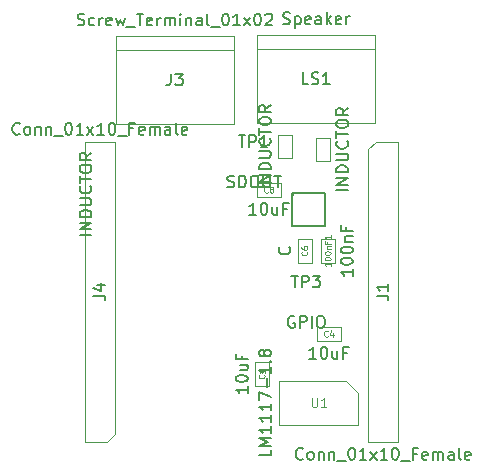
<source format=gbr>
G04 #@! TF.GenerationSoftware,KiCad,Pcbnew,5.1.1-8be2ce7~80~ubuntu18.10.1*
G04 #@! TF.CreationDate,2019-05-25T12:59:07+08:00*
G04 #@! TF.ProjectId,tas2562_dev_pcb,74617332-3536-4325-9f64-65765f706362,rev?*
G04 #@! TF.SameCoordinates,Original*
G04 #@! TF.FileFunction,Other,Fab,Top*
%FSLAX46Y46*%
G04 Gerber Fmt 4.6, Leading zero omitted, Abs format (unit mm)*
G04 Created by KiCad (PCBNEW 5.1.1-8be2ce7~80~ubuntu18.10.1) date 2019-05-25 12:59:07*
%MOMM*%
%LPD*%
G04 APERTURE LIST*
%ADD10C,0.100000*%
%ADD11C,0.152400*%
%ADD12C,0.150000*%
%ADD13C,0.080000*%
%ADD14C,0.120000*%
G04 APERTURE END LIST*
D10*
X152247600Y-69215000D02*
X152882600Y-68580000D01*
X152247600Y-93980000D02*
X152247600Y-69215000D01*
X154787600Y-93980000D02*
X152247600Y-93980000D01*
X154787600Y-68580000D02*
X154787600Y-93980000D01*
X152882600Y-68580000D02*
X154787600Y-68580000D01*
D11*
X145818400Y-72945800D02*
X145818400Y-75745800D01*
X148618400Y-72945800D02*
X145818400Y-72945800D01*
X148618400Y-75745800D02*
X148618400Y-72945800D01*
X145818400Y-75745800D02*
X148618400Y-75745800D01*
X146018400Y-72945800D02*
X145818400Y-73145800D01*
D10*
X149444000Y-78802500D02*
X148244000Y-78802500D01*
X148244000Y-78802500D02*
X148244000Y-76802500D01*
X148244000Y-76802500D02*
X149444000Y-76802500D01*
X149444000Y-76802500D02*
X149444000Y-78802500D01*
X142656000Y-89216500D02*
X142656000Y-87216500D01*
X143856000Y-89216500D02*
X142656000Y-89216500D01*
X143856000Y-87216500D02*
X143856000Y-89216500D01*
X142656000Y-87216500D02*
X143856000Y-87216500D01*
X147922500Y-85436000D02*
X147922500Y-84236000D01*
X147922500Y-84236000D02*
X149922500Y-84236000D01*
X149922500Y-84236000D02*
X149922500Y-85436000D01*
X149922500Y-85436000D02*
X147922500Y-85436000D01*
X146275500Y-78802500D02*
X146275500Y-76802500D01*
X147475500Y-78802500D02*
X146275500Y-78802500D01*
X147475500Y-76802500D02*
X147475500Y-78802500D01*
X146275500Y-76802500D02*
X147475500Y-76802500D01*
X142842500Y-73244000D02*
X142842500Y-72044000D01*
X142842500Y-72044000D02*
X144842500Y-72044000D01*
X144842500Y-72044000D02*
X144842500Y-73244000D01*
X144842500Y-73244000D02*
X142842500Y-73244000D01*
X152882600Y-68580000D02*
X154787600Y-68580000D01*
X154787600Y-68580000D02*
X154787600Y-93980000D01*
X154787600Y-93980000D02*
X152247600Y-93980000D01*
X152247600Y-93980000D02*
X152247600Y-69215000D01*
X152247600Y-69215000D02*
X152882600Y-68580000D01*
X140840000Y-60797600D02*
X130940000Y-60797600D01*
X140890000Y-67097600D02*
X140890000Y-59597600D01*
X140890000Y-59597600D02*
X130890000Y-59597600D01*
X130890000Y-59597600D02*
X130890000Y-67097600D01*
X130890000Y-67097600D02*
X140890000Y-67097600D01*
X130810000Y-93345000D02*
X130175000Y-93980000D01*
X130810000Y-68580000D02*
X130810000Y-93345000D01*
X128270000Y-68580000D02*
X130810000Y-68580000D01*
X128270000Y-93980000D02*
X128270000Y-68580000D01*
X130175000Y-93980000D02*
X128270000Y-93980000D01*
X144624500Y-67976000D02*
X145824500Y-67976000D01*
X145824500Y-67976000D02*
X145824500Y-69976000D01*
X145824500Y-69976000D02*
X144624500Y-69976000D01*
X144624500Y-69976000D02*
X144624500Y-67976000D01*
X149063000Y-68215000D02*
X149063000Y-70215000D01*
X147863000Y-68215000D02*
X149063000Y-68215000D01*
X147863000Y-70215000D02*
X147863000Y-68215000D01*
X149063000Y-70215000D02*
X147863000Y-70215000D01*
X142828000Y-66996000D02*
X152828000Y-66996000D01*
X142828000Y-59496000D02*
X142828000Y-66996000D01*
X152828000Y-59496000D02*
X142828000Y-59496000D01*
X152828000Y-66996000D02*
X152828000Y-59496000D01*
X152778000Y-60696000D02*
X142878000Y-60696000D01*
X150382000Y-88828000D02*
X151432000Y-89878000D01*
X150382000Y-88828000D02*
X144732000Y-88828000D01*
X151432000Y-89878000D02*
X151432000Y-92528000D01*
X144732000Y-88828000D02*
X144732000Y-92528000D01*
X151432000Y-92528000D02*
X144732000Y-92528000D01*
D12*
X146731885Y-95397142D02*
X146684266Y-95444761D01*
X146541409Y-95492380D01*
X146446171Y-95492380D01*
X146303314Y-95444761D01*
X146208076Y-95349523D01*
X146160457Y-95254285D01*
X146112838Y-95063809D01*
X146112838Y-94920952D01*
X146160457Y-94730476D01*
X146208076Y-94635238D01*
X146303314Y-94540000D01*
X146446171Y-94492380D01*
X146541409Y-94492380D01*
X146684266Y-94540000D01*
X146731885Y-94587619D01*
X147303314Y-95492380D02*
X147208076Y-95444761D01*
X147160457Y-95397142D01*
X147112838Y-95301904D01*
X147112838Y-95016190D01*
X147160457Y-94920952D01*
X147208076Y-94873333D01*
X147303314Y-94825714D01*
X147446171Y-94825714D01*
X147541409Y-94873333D01*
X147589028Y-94920952D01*
X147636647Y-95016190D01*
X147636647Y-95301904D01*
X147589028Y-95397142D01*
X147541409Y-95444761D01*
X147446171Y-95492380D01*
X147303314Y-95492380D01*
X148065219Y-94825714D02*
X148065219Y-95492380D01*
X148065219Y-94920952D02*
X148112838Y-94873333D01*
X148208076Y-94825714D01*
X148350933Y-94825714D01*
X148446171Y-94873333D01*
X148493790Y-94968571D01*
X148493790Y-95492380D01*
X148969980Y-94825714D02*
X148969980Y-95492380D01*
X148969980Y-94920952D02*
X149017600Y-94873333D01*
X149112838Y-94825714D01*
X149255695Y-94825714D01*
X149350933Y-94873333D01*
X149398552Y-94968571D01*
X149398552Y-95492380D01*
X149636647Y-95587619D02*
X150398552Y-95587619D01*
X150827123Y-94492380D02*
X150922361Y-94492380D01*
X151017600Y-94540000D01*
X151065219Y-94587619D01*
X151112838Y-94682857D01*
X151160457Y-94873333D01*
X151160457Y-95111428D01*
X151112838Y-95301904D01*
X151065219Y-95397142D01*
X151017600Y-95444761D01*
X150922361Y-95492380D01*
X150827123Y-95492380D01*
X150731885Y-95444761D01*
X150684266Y-95397142D01*
X150636647Y-95301904D01*
X150589028Y-95111428D01*
X150589028Y-94873333D01*
X150636647Y-94682857D01*
X150684266Y-94587619D01*
X150731885Y-94540000D01*
X150827123Y-94492380D01*
X152112838Y-95492380D02*
X151541409Y-95492380D01*
X151827123Y-95492380D02*
X151827123Y-94492380D01*
X151731885Y-94635238D01*
X151636647Y-94730476D01*
X151541409Y-94778095D01*
X152446171Y-95492380D02*
X152969980Y-94825714D01*
X152446171Y-94825714D02*
X152969980Y-95492380D01*
X153874742Y-95492380D02*
X153303314Y-95492380D01*
X153589028Y-95492380D02*
X153589028Y-94492380D01*
X153493790Y-94635238D01*
X153398552Y-94730476D01*
X153303314Y-94778095D01*
X154493790Y-94492380D02*
X154589028Y-94492380D01*
X154684266Y-94540000D01*
X154731885Y-94587619D01*
X154779504Y-94682857D01*
X154827123Y-94873333D01*
X154827123Y-95111428D01*
X154779504Y-95301904D01*
X154731885Y-95397142D01*
X154684266Y-95444761D01*
X154589028Y-95492380D01*
X154493790Y-95492380D01*
X154398552Y-95444761D01*
X154350933Y-95397142D01*
X154303314Y-95301904D01*
X154255695Y-95111428D01*
X154255695Y-94873333D01*
X154303314Y-94682857D01*
X154350933Y-94587619D01*
X154398552Y-94540000D01*
X154493790Y-94492380D01*
X155017600Y-95587619D02*
X155779504Y-95587619D01*
X156350933Y-94968571D02*
X156017600Y-94968571D01*
X156017600Y-95492380D02*
X156017600Y-94492380D01*
X156493790Y-94492380D01*
X157255695Y-95444761D02*
X157160457Y-95492380D01*
X156969980Y-95492380D01*
X156874742Y-95444761D01*
X156827123Y-95349523D01*
X156827123Y-94968571D01*
X156874742Y-94873333D01*
X156969980Y-94825714D01*
X157160457Y-94825714D01*
X157255695Y-94873333D01*
X157303314Y-94968571D01*
X157303314Y-95063809D01*
X156827123Y-95159047D01*
X157731885Y-95492380D02*
X157731885Y-94825714D01*
X157731885Y-94920952D02*
X157779504Y-94873333D01*
X157874742Y-94825714D01*
X158017600Y-94825714D01*
X158112838Y-94873333D01*
X158160457Y-94968571D01*
X158160457Y-95492380D01*
X158160457Y-94968571D02*
X158208076Y-94873333D01*
X158303314Y-94825714D01*
X158446171Y-94825714D01*
X158541409Y-94873333D01*
X158589028Y-94968571D01*
X158589028Y-95492380D01*
X159493790Y-95492380D02*
X159493790Y-94968571D01*
X159446171Y-94873333D01*
X159350933Y-94825714D01*
X159160457Y-94825714D01*
X159065219Y-94873333D01*
X159493790Y-95444761D02*
X159398552Y-95492380D01*
X159160457Y-95492380D01*
X159065219Y-95444761D01*
X159017600Y-95349523D01*
X159017600Y-95254285D01*
X159065219Y-95159047D01*
X159160457Y-95111428D01*
X159398552Y-95111428D01*
X159493790Y-95063809D01*
X160112838Y-95492380D02*
X160017600Y-95444761D01*
X159969980Y-95349523D01*
X159969980Y-94492380D01*
X160874742Y-95444761D02*
X160779504Y-95492380D01*
X160589028Y-95492380D01*
X160493790Y-95444761D01*
X160446171Y-95349523D01*
X160446171Y-94968571D01*
X160493790Y-94873333D01*
X160589028Y-94825714D01*
X160779504Y-94825714D01*
X160874742Y-94873333D01*
X160922361Y-94968571D01*
X160922361Y-95063809D01*
X160446171Y-95159047D01*
X152969980Y-81613333D02*
X153684266Y-81613333D01*
X153827123Y-81660952D01*
X153922361Y-81756190D01*
X153969980Y-81899047D01*
X153969980Y-81994285D01*
X153969980Y-80613333D02*
X153969980Y-81184761D01*
X153969980Y-80899047D02*
X152969980Y-80899047D01*
X153112838Y-80994285D01*
X153208076Y-81089523D01*
X153255695Y-81184761D01*
X150946380Y-79350119D02*
X150946380Y-79921547D01*
X150946380Y-79635833D02*
X149946380Y-79635833D01*
X150089238Y-79731071D01*
X150184476Y-79826309D01*
X150232095Y-79921547D01*
X149946380Y-78731071D02*
X149946380Y-78635833D01*
X149994000Y-78540595D01*
X150041619Y-78492976D01*
X150136857Y-78445357D01*
X150327333Y-78397738D01*
X150565428Y-78397738D01*
X150755904Y-78445357D01*
X150851142Y-78492976D01*
X150898761Y-78540595D01*
X150946380Y-78635833D01*
X150946380Y-78731071D01*
X150898761Y-78826309D01*
X150851142Y-78873928D01*
X150755904Y-78921547D01*
X150565428Y-78969166D01*
X150327333Y-78969166D01*
X150136857Y-78921547D01*
X150041619Y-78873928D01*
X149994000Y-78826309D01*
X149946380Y-78731071D01*
X149946380Y-77778690D02*
X149946380Y-77683452D01*
X149994000Y-77588214D01*
X150041619Y-77540595D01*
X150136857Y-77492976D01*
X150327333Y-77445357D01*
X150565428Y-77445357D01*
X150755904Y-77492976D01*
X150851142Y-77540595D01*
X150898761Y-77588214D01*
X150946380Y-77683452D01*
X150946380Y-77778690D01*
X150898761Y-77873928D01*
X150851142Y-77921547D01*
X150755904Y-77969166D01*
X150565428Y-78016785D01*
X150327333Y-78016785D01*
X150136857Y-77969166D01*
X150041619Y-77921547D01*
X149994000Y-77873928D01*
X149946380Y-77778690D01*
X150279714Y-77016785D02*
X150946380Y-77016785D01*
X150374952Y-77016785D02*
X150327333Y-76969166D01*
X150279714Y-76873928D01*
X150279714Y-76731071D01*
X150327333Y-76635833D01*
X150422571Y-76588214D01*
X150946380Y-76588214D01*
X150422571Y-75778690D02*
X150422571Y-76112023D01*
X150946380Y-76112023D02*
X149946380Y-76112023D01*
X149946380Y-75635833D01*
D13*
X149070190Y-78814404D02*
X149070190Y-79100119D01*
X149070190Y-78957261D02*
X148570190Y-78957261D01*
X148641619Y-79004880D01*
X148689238Y-79052500D01*
X148713047Y-79100119D01*
X148570190Y-78504880D02*
X148570190Y-78457261D01*
X148594000Y-78409642D01*
X148617809Y-78385833D01*
X148665428Y-78362023D01*
X148760666Y-78338214D01*
X148879714Y-78338214D01*
X148974952Y-78362023D01*
X149022571Y-78385833D01*
X149046380Y-78409642D01*
X149070190Y-78457261D01*
X149070190Y-78504880D01*
X149046380Y-78552500D01*
X149022571Y-78576309D01*
X148974952Y-78600119D01*
X148879714Y-78623928D01*
X148760666Y-78623928D01*
X148665428Y-78600119D01*
X148617809Y-78576309D01*
X148594000Y-78552500D01*
X148570190Y-78504880D01*
X148570190Y-78028690D02*
X148570190Y-77981071D01*
X148594000Y-77933452D01*
X148617809Y-77909642D01*
X148665428Y-77885833D01*
X148760666Y-77862023D01*
X148879714Y-77862023D01*
X148974952Y-77885833D01*
X149022571Y-77909642D01*
X149046380Y-77933452D01*
X149070190Y-77981071D01*
X149070190Y-78028690D01*
X149046380Y-78076309D01*
X149022571Y-78100119D01*
X148974952Y-78123928D01*
X148879714Y-78147738D01*
X148760666Y-78147738D01*
X148665428Y-78123928D01*
X148617809Y-78100119D01*
X148594000Y-78076309D01*
X148570190Y-78028690D01*
X148736857Y-77647738D02*
X149070190Y-77647738D01*
X148784476Y-77647738D02*
X148760666Y-77623928D01*
X148736857Y-77576309D01*
X148736857Y-77504880D01*
X148760666Y-77457261D01*
X148808285Y-77433452D01*
X149070190Y-77433452D01*
X148808285Y-77028690D02*
X148808285Y-77195357D01*
X149070190Y-77195357D02*
X148570190Y-77195357D01*
X148570190Y-76957261D01*
X149070190Y-76504880D02*
X149070190Y-76790595D01*
X149070190Y-76647738D02*
X148570190Y-76647738D01*
X148641619Y-76695357D01*
X148689238Y-76742976D01*
X148713047Y-76790595D01*
D12*
X128828380Y-76462380D02*
X127828380Y-76462380D01*
X128828380Y-75986190D02*
X127828380Y-75986190D01*
X128828380Y-75414761D01*
X127828380Y-75414761D01*
X128828380Y-74938571D02*
X127828380Y-74938571D01*
X127828380Y-74700476D01*
X127876000Y-74557619D01*
X127971238Y-74462380D01*
X128066476Y-74414761D01*
X128256952Y-74367142D01*
X128399809Y-74367142D01*
X128590285Y-74414761D01*
X128685523Y-74462380D01*
X128780761Y-74557619D01*
X128828380Y-74700476D01*
X128828380Y-74938571D01*
X127828380Y-73938571D02*
X128637904Y-73938571D01*
X128733142Y-73890952D01*
X128780761Y-73843333D01*
X128828380Y-73748095D01*
X128828380Y-73557619D01*
X128780761Y-73462380D01*
X128733142Y-73414761D01*
X128637904Y-73367142D01*
X127828380Y-73367142D01*
X128733142Y-72319523D02*
X128780761Y-72367142D01*
X128828380Y-72510000D01*
X128828380Y-72605238D01*
X128780761Y-72748095D01*
X128685523Y-72843333D01*
X128590285Y-72890952D01*
X128399809Y-72938571D01*
X128256952Y-72938571D01*
X128066476Y-72890952D01*
X127971238Y-72843333D01*
X127876000Y-72748095D01*
X127828380Y-72605238D01*
X127828380Y-72510000D01*
X127876000Y-72367142D01*
X127923619Y-72319523D01*
X127828380Y-72033809D02*
X127828380Y-71462380D01*
X128828380Y-71748095D02*
X127828380Y-71748095D01*
X127828380Y-70938571D02*
X127828380Y-70748095D01*
X127876000Y-70652857D01*
X127971238Y-70557619D01*
X128161714Y-70510000D01*
X128495047Y-70510000D01*
X128685523Y-70557619D01*
X128780761Y-70652857D01*
X128828380Y-70748095D01*
X128828380Y-70938571D01*
X128780761Y-71033809D01*
X128685523Y-71129047D01*
X128495047Y-71176666D01*
X128161714Y-71176666D01*
X127971238Y-71129047D01*
X127876000Y-71033809D01*
X127828380Y-70938571D01*
X128828380Y-69510000D02*
X128352190Y-69843333D01*
X128828380Y-70081428D02*
X127828380Y-70081428D01*
X127828380Y-69700476D01*
X127876000Y-69605238D01*
X127923619Y-69557619D01*
X128018857Y-69510000D01*
X128161714Y-69510000D01*
X128256952Y-69557619D01*
X128304571Y-69605238D01*
X128352190Y-69700476D01*
X128352190Y-70081428D01*
X142058380Y-89287928D02*
X142058380Y-89859357D01*
X142058380Y-89573642D02*
X141058380Y-89573642D01*
X141201238Y-89668880D01*
X141296476Y-89764119D01*
X141344095Y-89859357D01*
X141058380Y-88668880D02*
X141058380Y-88573642D01*
X141106000Y-88478404D01*
X141153619Y-88430785D01*
X141248857Y-88383166D01*
X141439333Y-88335547D01*
X141677428Y-88335547D01*
X141867904Y-88383166D01*
X141963142Y-88430785D01*
X142010761Y-88478404D01*
X142058380Y-88573642D01*
X142058380Y-88668880D01*
X142010761Y-88764119D01*
X141963142Y-88811738D01*
X141867904Y-88859357D01*
X141677428Y-88906976D01*
X141439333Y-88906976D01*
X141248857Y-88859357D01*
X141153619Y-88811738D01*
X141106000Y-88764119D01*
X141058380Y-88668880D01*
X141391714Y-87478404D02*
X142058380Y-87478404D01*
X141391714Y-87906976D02*
X141915523Y-87906976D01*
X142010761Y-87859357D01*
X142058380Y-87764119D01*
X142058380Y-87621261D01*
X142010761Y-87526023D01*
X141963142Y-87478404D01*
X141534571Y-86668880D02*
X141534571Y-87002214D01*
X142058380Y-87002214D02*
X141058380Y-87002214D01*
X141058380Y-86526023D01*
D13*
X143434571Y-88299833D02*
X143458380Y-88323642D01*
X143482190Y-88395071D01*
X143482190Y-88442690D01*
X143458380Y-88514119D01*
X143410761Y-88561738D01*
X143363142Y-88585547D01*
X143267904Y-88609357D01*
X143196476Y-88609357D01*
X143101238Y-88585547D01*
X143053619Y-88561738D01*
X143006000Y-88514119D01*
X142982190Y-88442690D01*
X142982190Y-88395071D01*
X143006000Y-88323642D01*
X143029809Y-88299833D01*
X143482190Y-87823642D02*
X143482190Y-88109357D01*
X143482190Y-87966500D02*
X142982190Y-87966500D01*
X143053619Y-88014119D01*
X143101238Y-88061738D01*
X143125047Y-88109357D01*
D12*
X147851071Y-86938380D02*
X147279642Y-86938380D01*
X147565357Y-86938380D02*
X147565357Y-85938380D01*
X147470119Y-86081238D01*
X147374880Y-86176476D01*
X147279642Y-86224095D01*
X148470119Y-85938380D02*
X148565357Y-85938380D01*
X148660595Y-85986000D01*
X148708214Y-86033619D01*
X148755833Y-86128857D01*
X148803452Y-86319333D01*
X148803452Y-86557428D01*
X148755833Y-86747904D01*
X148708214Y-86843142D01*
X148660595Y-86890761D01*
X148565357Y-86938380D01*
X148470119Y-86938380D01*
X148374880Y-86890761D01*
X148327261Y-86843142D01*
X148279642Y-86747904D01*
X148232023Y-86557428D01*
X148232023Y-86319333D01*
X148279642Y-86128857D01*
X148327261Y-86033619D01*
X148374880Y-85986000D01*
X148470119Y-85938380D01*
X149660595Y-86271714D02*
X149660595Y-86938380D01*
X149232023Y-86271714D02*
X149232023Y-86795523D01*
X149279642Y-86890761D01*
X149374880Y-86938380D01*
X149517738Y-86938380D01*
X149612976Y-86890761D01*
X149660595Y-86843142D01*
X150470119Y-86414571D02*
X150136785Y-86414571D01*
X150136785Y-86938380D02*
X150136785Y-85938380D01*
X150612976Y-85938380D01*
D13*
X148839166Y-85014571D02*
X148815357Y-85038380D01*
X148743928Y-85062190D01*
X148696309Y-85062190D01*
X148624880Y-85038380D01*
X148577261Y-84990761D01*
X148553452Y-84943142D01*
X148529642Y-84847904D01*
X148529642Y-84776476D01*
X148553452Y-84681238D01*
X148577261Y-84633619D01*
X148624880Y-84586000D01*
X148696309Y-84562190D01*
X148743928Y-84562190D01*
X148815357Y-84586000D01*
X148839166Y-84609809D01*
X149267738Y-84728857D02*
X149267738Y-85062190D01*
X149148690Y-84538380D02*
X149029642Y-84895523D01*
X149339166Y-84895523D01*
D12*
X145582642Y-77492976D02*
X145630261Y-77540595D01*
X145677880Y-77683452D01*
X145677880Y-77778690D01*
X145630261Y-77921547D01*
X145535023Y-78016785D01*
X145439785Y-78064404D01*
X145249309Y-78112023D01*
X145106452Y-78112023D01*
X144915976Y-78064404D01*
X144820738Y-78016785D01*
X144725500Y-77921547D01*
X144677880Y-77778690D01*
X144677880Y-77683452D01*
X144725500Y-77540595D01*
X144773119Y-77492976D01*
D13*
X147054071Y-77885833D02*
X147077880Y-77909642D01*
X147101690Y-77981071D01*
X147101690Y-78028690D01*
X147077880Y-78100119D01*
X147030261Y-78147738D01*
X146982642Y-78171547D01*
X146887404Y-78195357D01*
X146815976Y-78195357D01*
X146720738Y-78171547D01*
X146673119Y-78147738D01*
X146625500Y-78100119D01*
X146601690Y-78028690D01*
X146601690Y-77981071D01*
X146625500Y-77909642D01*
X146649309Y-77885833D01*
X146601690Y-77457261D02*
X146601690Y-77552500D01*
X146625500Y-77600119D01*
X146649309Y-77623928D01*
X146720738Y-77671547D01*
X146815976Y-77695357D01*
X147006452Y-77695357D01*
X147054071Y-77671547D01*
X147077880Y-77647738D01*
X147101690Y-77600119D01*
X147101690Y-77504880D01*
X147077880Y-77457261D01*
X147054071Y-77433452D01*
X147006452Y-77409642D01*
X146887404Y-77409642D01*
X146839785Y-77433452D01*
X146815976Y-77457261D01*
X146792166Y-77504880D01*
X146792166Y-77600119D01*
X146815976Y-77647738D01*
X146839785Y-77671547D01*
X146887404Y-77695357D01*
D12*
X142771071Y-74746380D02*
X142199642Y-74746380D01*
X142485357Y-74746380D02*
X142485357Y-73746380D01*
X142390119Y-73889238D01*
X142294880Y-73984476D01*
X142199642Y-74032095D01*
X143390119Y-73746380D02*
X143485357Y-73746380D01*
X143580595Y-73794000D01*
X143628214Y-73841619D01*
X143675833Y-73936857D01*
X143723452Y-74127333D01*
X143723452Y-74365428D01*
X143675833Y-74555904D01*
X143628214Y-74651142D01*
X143580595Y-74698761D01*
X143485357Y-74746380D01*
X143390119Y-74746380D01*
X143294880Y-74698761D01*
X143247261Y-74651142D01*
X143199642Y-74555904D01*
X143152023Y-74365428D01*
X143152023Y-74127333D01*
X143199642Y-73936857D01*
X143247261Y-73841619D01*
X143294880Y-73794000D01*
X143390119Y-73746380D01*
X144580595Y-74079714D02*
X144580595Y-74746380D01*
X144152023Y-74079714D02*
X144152023Y-74603523D01*
X144199642Y-74698761D01*
X144294880Y-74746380D01*
X144437738Y-74746380D01*
X144532976Y-74698761D01*
X144580595Y-74651142D01*
X145390119Y-74222571D02*
X145056785Y-74222571D01*
X145056785Y-74746380D02*
X145056785Y-73746380D01*
X145532976Y-73746380D01*
D13*
X143759166Y-72822571D02*
X143735357Y-72846380D01*
X143663928Y-72870190D01*
X143616309Y-72870190D01*
X143544880Y-72846380D01*
X143497261Y-72798761D01*
X143473452Y-72751142D01*
X143449642Y-72655904D01*
X143449642Y-72584476D01*
X143473452Y-72489238D01*
X143497261Y-72441619D01*
X143544880Y-72394000D01*
X143616309Y-72370190D01*
X143663928Y-72370190D01*
X143735357Y-72394000D01*
X143759166Y-72417809D01*
X144044880Y-72584476D02*
X143997261Y-72560666D01*
X143973452Y-72536857D01*
X143949642Y-72489238D01*
X143949642Y-72465428D01*
X143973452Y-72417809D01*
X143997261Y-72394000D01*
X144044880Y-72370190D01*
X144140119Y-72370190D01*
X144187738Y-72394000D01*
X144211547Y-72417809D01*
X144235357Y-72465428D01*
X144235357Y-72489238D01*
X144211547Y-72536857D01*
X144187738Y-72560666D01*
X144140119Y-72584476D01*
X144044880Y-72584476D01*
X143997261Y-72608285D01*
X143973452Y-72632095D01*
X143949642Y-72679714D01*
X143949642Y-72774952D01*
X143973452Y-72822571D01*
X143997261Y-72846380D01*
X144044880Y-72870190D01*
X144140119Y-72870190D01*
X144187738Y-72846380D01*
X144211547Y-72822571D01*
X144235357Y-72774952D01*
X144235357Y-72679714D01*
X144211547Y-72632095D01*
X144187738Y-72608285D01*
X144140119Y-72584476D01*
D12*
X146731885Y-95397142D02*
X146684266Y-95444761D01*
X146541409Y-95492380D01*
X146446171Y-95492380D01*
X146303314Y-95444761D01*
X146208076Y-95349523D01*
X146160457Y-95254285D01*
X146112838Y-95063809D01*
X146112838Y-94920952D01*
X146160457Y-94730476D01*
X146208076Y-94635238D01*
X146303314Y-94540000D01*
X146446171Y-94492380D01*
X146541409Y-94492380D01*
X146684266Y-94540000D01*
X146731885Y-94587619D01*
X147303314Y-95492380D02*
X147208076Y-95444761D01*
X147160457Y-95397142D01*
X147112838Y-95301904D01*
X147112838Y-95016190D01*
X147160457Y-94920952D01*
X147208076Y-94873333D01*
X147303314Y-94825714D01*
X147446171Y-94825714D01*
X147541409Y-94873333D01*
X147589028Y-94920952D01*
X147636647Y-95016190D01*
X147636647Y-95301904D01*
X147589028Y-95397142D01*
X147541409Y-95444761D01*
X147446171Y-95492380D01*
X147303314Y-95492380D01*
X148065219Y-94825714D02*
X148065219Y-95492380D01*
X148065219Y-94920952D02*
X148112838Y-94873333D01*
X148208076Y-94825714D01*
X148350933Y-94825714D01*
X148446171Y-94873333D01*
X148493790Y-94968571D01*
X148493790Y-95492380D01*
X148969980Y-94825714D02*
X148969980Y-95492380D01*
X148969980Y-94920952D02*
X149017600Y-94873333D01*
X149112838Y-94825714D01*
X149255695Y-94825714D01*
X149350933Y-94873333D01*
X149398552Y-94968571D01*
X149398552Y-95492380D01*
X149636647Y-95587619D02*
X150398552Y-95587619D01*
X150827123Y-94492380D02*
X150922361Y-94492380D01*
X151017600Y-94540000D01*
X151065219Y-94587619D01*
X151112838Y-94682857D01*
X151160457Y-94873333D01*
X151160457Y-95111428D01*
X151112838Y-95301904D01*
X151065219Y-95397142D01*
X151017600Y-95444761D01*
X150922361Y-95492380D01*
X150827123Y-95492380D01*
X150731885Y-95444761D01*
X150684266Y-95397142D01*
X150636647Y-95301904D01*
X150589028Y-95111428D01*
X150589028Y-94873333D01*
X150636647Y-94682857D01*
X150684266Y-94587619D01*
X150731885Y-94540000D01*
X150827123Y-94492380D01*
X152112838Y-95492380D02*
X151541409Y-95492380D01*
X151827123Y-95492380D02*
X151827123Y-94492380D01*
X151731885Y-94635238D01*
X151636647Y-94730476D01*
X151541409Y-94778095D01*
X152446171Y-95492380D02*
X152969980Y-94825714D01*
X152446171Y-94825714D02*
X152969980Y-95492380D01*
X153874742Y-95492380D02*
X153303314Y-95492380D01*
X153589028Y-95492380D02*
X153589028Y-94492380D01*
X153493790Y-94635238D01*
X153398552Y-94730476D01*
X153303314Y-94778095D01*
X154493790Y-94492380D02*
X154589028Y-94492380D01*
X154684266Y-94540000D01*
X154731885Y-94587619D01*
X154779504Y-94682857D01*
X154827123Y-94873333D01*
X154827123Y-95111428D01*
X154779504Y-95301904D01*
X154731885Y-95397142D01*
X154684266Y-95444761D01*
X154589028Y-95492380D01*
X154493790Y-95492380D01*
X154398552Y-95444761D01*
X154350933Y-95397142D01*
X154303314Y-95301904D01*
X154255695Y-95111428D01*
X154255695Y-94873333D01*
X154303314Y-94682857D01*
X154350933Y-94587619D01*
X154398552Y-94540000D01*
X154493790Y-94492380D01*
X155017600Y-95587619D02*
X155779504Y-95587619D01*
X156350933Y-94968571D02*
X156017600Y-94968571D01*
X156017600Y-95492380D02*
X156017600Y-94492380D01*
X156493790Y-94492380D01*
X157255695Y-95444761D02*
X157160457Y-95492380D01*
X156969980Y-95492380D01*
X156874742Y-95444761D01*
X156827123Y-95349523D01*
X156827123Y-94968571D01*
X156874742Y-94873333D01*
X156969980Y-94825714D01*
X157160457Y-94825714D01*
X157255695Y-94873333D01*
X157303314Y-94968571D01*
X157303314Y-95063809D01*
X156827123Y-95159047D01*
X157731885Y-95492380D02*
X157731885Y-94825714D01*
X157731885Y-94920952D02*
X157779504Y-94873333D01*
X157874742Y-94825714D01*
X158017600Y-94825714D01*
X158112838Y-94873333D01*
X158160457Y-94968571D01*
X158160457Y-95492380D01*
X158160457Y-94968571D02*
X158208076Y-94873333D01*
X158303314Y-94825714D01*
X158446171Y-94825714D01*
X158541409Y-94873333D01*
X158589028Y-94968571D01*
X158589028Y-95492380D01*
X159493790Y-95492380D02*
X159493790Y-94968571D01*
X159446171Y-94873333D01*
X159350933Y-94825714D01*
X159160457Y-94825714D01*
X159065219Y-94873333D01*
X159493790Y-95444761D02*
X159398552Y-95492380D01*
X159160457Y-95492380D01*
X159065219Y-95444761D01*
X159017600Y-95349523D01*
X159017600Y-95254285D01*
X159065219Y-95159047D01*
X159160457Y-95111428D01*
X159398552Y-95111428D01*
X159493790Y-95063809D01*
X160112838Y-95492380D02*
X160017600Y-95444761D01*
X159969980Y-95349523D01*
X159969980Y-94492380D01*
X160874742Y-95444761D02*
X160779504Y-95492380D01*
X160589028Y-95492380D01*
X160493790Y-95444761D01*
X160446171Y-95349523D01*
X160446171Y-94968571D01*
X160493790Y-94873333D01*
X160589028Y-94825714D01*
X160779504Y-94825714D01*
X160874742Y-94873333D01*
X160922361Y-94968571D01*
X160922361Y-95063809D01*
X160446171Y-95159047D01*
X152969980Y-81613333D02*
X153684266Y-81613333D01*
X153827123Y-81660952D01*
X153922361Y-81756190D01*
X153969980Y-81899047D01*
X153969980Y-81994285D01*
X153969980Y-80613333D02*
X153969980Y-81184761D01*
X153969980Y-80899047D02*
X152969980Y-80899047D01*
X153112838Y-80994285D01*
X153208076Y-81089523D01*
X153255695Y-81184761D01*
X127651904Y-58672361D02*
X127794761Y-58719980D01*
X128032857Y-58719980D01*
X128128095Y-58672361D01*
X128175714Y-58624742D01*
X128223333Y-58529504D01*
X128223333Y-58434266D01*
X128175714Y-58339028D01*
X128128095Y-58291409D01*
X128032857Y-58243790D01*
X127842380Y-58196171D01*
X127747142Y-58148552D01*
X127699523Y-58100933D01*
X127651904Y-58005695D01*
X127651904Y-57910457D01*
X127699523Y-57815219D01*
X127747142Y-57767600D01*
X127842380Y-57719980D01*
X128080476Y-57719980D01*
X128223333Y-57767600D01*
X129080476Y-58672361D02*
X128985238Y-58719980D01*
X128794761Y-58719980D01*
X128699523Y-58672361D01*
X128651904Y-58624742D01*
X128604285Y-58529504D01*
X128604285Y-58243790D01*
X128651904Y-58148552D01*
X128699523Y-58100933D01*
X128794761Y-58053314D01*
X128985238Y-58053314D01*
X129080476Y-58100933D01*
X129509047Y-58719980D02*
X129509047Y-58053314D01*
X129509047Y-58243790D02*
X129556666Y-58148552D01*
X129604285Y-58100933D01*
X129699523Y-58053314D01*
X129794761Y-58053314D01*
X130509047Y-58672361D02*
X130413809Y-58719980D01*
X130223333Y-58719980D01*
X130128095Y-58672361D01*
X130080476Y-58577123D01*
X130080476Y-58196171D01*
X130128095Y-58100933D01*
X130223333Y-58053314D01*
X130413809Y-58053314D01*
X130509047Y-58100933D01*
X130556666Y-58196171D01*
X130556666Y-58291409D01*
X130080476Y-58386647D01*
X130890000Y-58053314D02*
X131080476Y-58719980D01*
X131270952Y-58243790D01*
X131461428Y-58719980D01*
X131651904Y-58053314D01*
X131794761Y-58815219D02*
X132556666Y-58815219D01*
X132651904Y-57719980D02*
X133223333Y-57719980D01*
X132937619Y-58719980D02*
X132937619Y-57719980D01*
X133937619Y-58672361D02*
X133842380Y-58719980D01*
X133651904Y-58719980D01*
X133556666Y-58672361D01*
X133509047Y-58577123D01*
X133509047Y-58196171D01*
X133556666Y-58100933D01*
X133651904Y-58053314D01*
X133842380Y-58053314D01*
X133937619Y-58100933D01*
X133985238Y-58196171D01*
X133985238Y-58291409D01*
X133509047Y-58386647D01*
X134413809Y-58719980D02*
X134413809Y-58053314D01*
X134413809Y-58243790D02*
X134461428Y-58148552D01*
X134509047Y-58100933D01*
X134604285Y-58053314D01*
X134699523Y-58053314D01*
X135032857Y-58719980D02*
X135032857Y-58053314D01*
X135032857Y-58148552D02*
X135080476Y-58100933D01*
X135175714Y-58053314D01*
X135318571Y-58053314D01*
X135413809Y-58100933D01*
X135461428Y-58196171D01*
X135461428Y-58719980D01*
X135461428Y-58196171D02*
X135509047Y-58100933D01*
X135604285Y-58053314D01*
X135747142Y-58053314D01*
X135842380Y-58100933D01*
X135890000Y-58196171D01*
X135890000Y-58719980D01*
X136366190Y-58719980D02*
X136366190Y-58053314D01*
X136366190Y-57719980D02*
X136318571Y-57767600D01*
X136366190Y-57815219D01*
X136413809Y-57767600D01*
X136366190Y-57719980D01*
X136366190Y-57815219D01*
X136842380Y-58053314D02*
X136842380Y-58719980D01*
X136842380Y-58148552D02*
X136890000Y-58100933D01*
X136985238Y-58053314D01*
X137128095Y-58053314D01*
X137223333Y-58100933D01*
X137270952Y-58196171D01*
X137270952Y-58719980D01*
X138175714Y-58719980D02*
X138175714Y-58196171D01*
X138128095Y-58100933D01*
X138032857Y-58053314D01*
X137842380Y-58053314D01*
X137747142Y-58100933D01*
X138175714Y-58672361D02*
X138080476Y-58719980D01*
X137842380Y-58719980D01*
X137747142Y-58672361D01*
X137699523Y-58577123D01*
X137699523Y-58481885D01*
X137747142Y-58386647D01*
X137842380Y-58339028D01*
X138080476Y-58339028D01*
X138175714Y-58291409D01*
X138794761Y-58719980D02*
X138699523Y-58672361D01*
X138651904Y-58577123D01*
X138651904Y-57719980D01*
X138937619Y-58815219D02*
X139699523Y-58815219D01*
X140128095Y-57719980D02*
X140223333Y-57719980D01*
X140318571Y-57767600D01*
X140366190Y-57815219D01*
X140413809Y-57910457D01*
X140461428Y-58100933D01*
X140461428Y-58339028D01*
X140413809Y-58529504D01*
X140366190Y-58624742D01*
X140318571Y-58672361D01*
X140223333Y-58719980D01*
X140128095Y-58719980D01*
X140032857Y-58672361D01*
X139985238Y-58624742D01*
X139937619Y-58529504D01*
X139890000Y-58339028D01*
X139890000Y-58100933D01*
X139937619Y-57910457D01*
X139985238Y-57815219D01*
X140032857Y-57767600D01*
X140128095Y-57719980D01*
X141413809Y-58719980D02*
X140842380Y-58719980D01*
X141128095Y-58719980D02*
X141128095Y-57719980D01*
X141032857Y-57862838D01*
X140937619Y-57958076D01*
X140842380Y-58005695D01*
X141747142Y-58719980D02*
X142270952Y-58053314D01*
X141747142Y-58053314D02*
X142270952Y-58719980D01*
X142842380Y-57719980D02*
X142937619Y-57719980D01*
X143032857Y-57767600D01*
X143080476Y-57815219D01*
X143128095Y-57910457D01*
X143175714Y-58100933D01*
X143175714Y-58339028D01*
X143128095Y-58529504D01*
X143080476Y-58624742D01*
X143032857Y-58672361D01*
X142937619Y-58719980D01*
X142842380Y-58719980D01*
X142747142Y-58672361D01*
X142699523Y-58624742D01*
X142651904Y-58529504D01*
X142604285Y-58339028D01*
X142604285Y-58100933D01*
X142651904Y-57910457D01*
X142699523Y-57815219D01*
X142747142Y-57767600D01*
X142842380Y-57719980D01*
X143556666Y-57815219D02*
X143604285Y-57767600D01*
X143699523Y-57719980D01*
X143937619Y-57719980D01*
X144032857Y-57767600D01*
X144080476Y-57815219D01*
X144128095Y-57910457D01*
X144128095Y-58005695D01*
X144080476Y-58148552D01*
X143509047Y-58719980D01*
X144128095Y-58719980D01*
X135556666Y-62799980D02*
X135556666Y-63514266D01*
X135509047Y-63657123D01*
X135413809Y-63752361D01*
X135270952Y-63799980D01*
X135175714Y-63799980D01*
X135937619Y-62799980D02*
X136556666Y-62799980D01*
X136223333Y-63180933D01*
X136366190Y-63180933D01*
X136461428Y-63228552D01*
X136509047Y-63276171D01*
X136556666Y-63371409D01*
X136556666Y-63609504D01*
X136509047Y-63704742D01*
X136461428Y-63752361D01*
X136366190Y-63799980D01*
X136080476Y-63799980D01*
X135985238Y-63752361D01*
X135937619Y-63704742D01*
X122754285Y-67877142D02*
X122706666Y-67924761D01*
X122563809Y-67972380D01*
X122468571Y-67972380D01*
X122325714Y-67924761D01*
X122230476Y-67829523D01*
X122182857Y-67734285D01*
X122135238Y-67543809D01*
X122135238Y-67400952D01*
X122182857Y-67210476D01*
X122230476Y-67115238D01*
X122325714Y-67020000D01*
X122468571Y-66972380D01*
X122563809Y-66972380D01*
X122706666Y-67020000D01*
X122754285Y-67067619D01*
X123325714Y-67972380D02*
X123230476Y-67924761D01*
X123182857Y-67877142D01*
X123135238Y-67781904D01*
X123135238Y-67496190D01*
X123182857Y-67400952D01*
X123230476Y-67353333D01*
X123325714Y-67305714D01*
X123468571Y-67305714D01*
X123563809Y-67353333D01*
X123611428Y-67400952D01*
X123659047Y-67496190D01*
X123659047Y-67781904D01*
X123611428Y-67877142D01*
X123563809Y-67924761D01*
X123468571Y-67972380D01*
X123325714Y-67972380D01*
X124087619Y-67305714D02*
X124087619Y-67972380D01*
X124087619Y-67400952D02*
X124135238Y-67353333D01*
X124230476Y-67305714D01*
X124373333Y-67305714D01*
X124468571Y-67353333D01*
X124516190Y-67448571D01*
X124516190Y-67972380D01*
X124992380Y-67305714D02*
X124992380Y-67972380D01*
X124992380Y-67400952D02*
X125040000Y-67353333D01*
X125135238Y-67305714D01*
X125278095Y-67305714D01*
X125373333Y-67353333D01*
X125420952Y-67448571D01*
X125420952Y-67972380D01*
X125659047Y-68067619D02*
X126420952Y-68067619D01*
X126849523Y-66972380D02*
X126944761Y-66972380D01*
X127040000Y-67020000D01*
X127087619Y-67067619D01*
X127135238Y-67162857D01*
X127182857Y-67353333D01*
X127182857Y-67591428D01*
X127135238Y-67781904D01*
X127087619Y-67877142D01*
X127040000Y-67924761D01*
X126944761Y-67972380D01*
X126849523Y-67972380D01*
X126754285Y-67924761D01*
X126706666Y-67877142D01*
X126659047Y-67781904D01*
X126611428Y-67591428D01*
X126611428Y-67353333D01*
X126659047Y-67162857D01*
X126706666Y-67067619D01*
X126754285Y-67020000D01*
X126849523Y-66972380D01*
X128135238Y-67972380D02*
X127563809Y-67972380D01*
X127849523Y-67972380D02*
X127849523Y-66972380D01*
X127754285Y-67115238D01*
X127659047Y-67210476D01*
X127563809Y-67258095D01*
X128468571Y-67972380D02*
X128992380Y-67305714D01*
X128468571Y-67305714D02*
X128992380Y-67972380D01*
X129897142Y-67972380D02*
X129325714Y-67972380D01*
X129611428Y-67972380D02*
X129611428Y-66972380D01*
X129516190Y-67115238D01*
X129420952Y-67210476D01*
X129325714Y-67258095D01*
X130516190Y-66972380D02*
X130611428Y-66972380D01*
X130706666Y-67020000D01*
X130754285Y-67067619D01*
X130801904Y-67162857D01*
X130849523Y-67353333D01*
X130849523Y-67591428D01*
X130801904Y-67781904D01*
X130754285Y-67877142D01*
X130706666Y-67924761D01*
X130611428Y-67972380D01*
X130516190Y-67972380D01*
X130420952Y-67924761D01*
X130373333Y-67877142D01*
X130325714Y-67781904D01*
X130278095Y-67591428D01*
X130278095Y-67353333D01*
X130325714Y-67162857D01*
X130373333Y-67067619D01*
X130420952Y-67020000D01*
X130516190Y-66972380D01*
X131040000Y-68067619D02*
X131801904Y-68067619D01*
X132373333Y-67448571D02*
X132040000Y-67448571D01*
X132040000Y-67972380D02*
X132040000Y-66972380D01*
X132516190Y-66972380D01*
X133278095Y-67924761D02*
X133182857Y-67972380D01*
X132992380Y-67972380D01*
X132897142Y-67924761D01*
X132849523Y-67829523D01*
X132849523Y-67448571D01*
X132897142Y-67353333D01*
X132992380Y-67305714D01*
X133182857Y-67305714D01*
X133278095Y-67353333D01*
X133325714Y-67448571D01*
X133325714Y-67543809D01*
X132849523Y-67639047D01*
X133754285Y-67972380D02*
X133754285Y-67305714D01*
X133754285Y-67400952D02*
X133801904Y-67353333D01*
X133897142Y-67305714D01*
X134040000Y-67305714D01*
X134135238Y-67353333D01*
X134182857Y-67448571D01*
X134182857Y-67972380D01*
X134182857Y-67448571D02*
X134230476Y-67353333D01*
X134325714Y-67305714D01*
X134468571Y-67305714D01*
X134563809Y-67353333D01*
X134611428Y-67448571D01*
X134611428Y-67972380D01*
X135516190Y-67972380D02*
X135516190Y-67448571D01*
X135468571Y-67353333D01*
X135373333Y-67305714D01*
X135182857Y-67305714D01*
X135087619Y-67353333D01*
X135516190Y-67924761D02*
X135420952Y-67972380D01*
X135182857Y-67972380D01*
X135087619Y-67924761D01*
X135040000Y-67829523D01*
X135040000Y-67734285D01*
X135087619Y-67639047D01*
X135182857Y-67591428D01*
X135420952Y-67591428D01*
X135516190Y-67543809D01*
X136135238Y-67972380D02*
X136040000Y-67924761D01*
X135992380Y-67829523D01*
X135992380Y-66972380D01*
X136897142Y-67924761D02*
X136801904Y-67972380D01*
X136611428Y-67972380D01*
X136516190Y-67924761D01*
X136468571Y-67829523D01*
X136468571Y-67448571D01*
X136516190Y-67353333D01*
X136611428Y-67305714D01*
X136801904Y-67305714D01*
X136897142Y-67353333D01*
X136944761Y-67448571D01*
X136944761Y-67543809D01*
X136468571Y-67639047D01*
X128992380Y-81613333D02*
X129706666Y-81613333D01*
X129849523Y-81660952D01*
X129944761Y-81756190D01*
X129992380Y-81899047D01*
X129992380Y-81994285D01*
X129325714Y-80708571D02*
X129992380Y-80708571D01*
X128944761Y-80946666D02*
X129659047Y-81184761D01*
X129659047Y-80565714D01*
X144026880Y-72428380D02*
X143026880Y-72428380D01*
X144026880Y-71952190D02*
X143026880Y-71952190D01*
X144026880Y-71380761D01*
X143026880Y-71380761D01*
X144026880Y-70904571D02*
X143026880Y-70904571D01*
X143026880Y-70666476D01*
X143074500Y-70523619D01*
X143169738Y-70428380D01*
X143264976Y-70380761D01*
X143455452Y-70333142D01*
X143598309Y-70333142D01*
X143788785Y-70380761D01*
X143884023Y-70428380D01*
X143979261Y-70523619D01*
X144026880Y-70666476D01*
X144026880Y-70904571D01*
X143026880Y-69904571D02*
X143836404Y-69904571D01*
X143931642Y-69856952D01*
X143979261Y-69809333D01*
X144026880Y-69714095D01*
X144026880Y-69523619D01*
X143979261Y-69428380D01*
X143931642Y-69380761D01*
X143836404Y-69333142D01*
X143026880Y-69333142D01*
X143931642Y-68285523D02*
X143979261Y-68333142D01*
X144026880Y-68476000D01*
X144026880Y-68571238D01*
X143979261Y-68714095D01*
X143884023Y-68809333D01*
X143788785Y-68856952D01*
X143598309Y-68904571D01*
X143455452Y-68904571D01*
X143264976Y-68856952D01*
X143169738Y-68809333D01*
X143074500Y-68714095D01*
X143026880Y-68571238D01*
X143026880Y-68476000D01*
X143074500Y-68333142D01*
X143122119Y-68285523D01*
X143026880Y-67999809D02*
X143026880Y-67428380D01*
X144026880Y-67714095D02*
X143026880Y-67714095D01*
X143026880Y-66904571D02*
X143026880Y-66714095D01*
X143074500Y-66618857D01*
X143169738Y-66523619D01*
X143360214Y-66476000D01*
X143693547Y-66476000D01*
X143884023Y-66523619D01*
X143979261Y-66618857D01*
X144026880Y-66714095D01*
X144026880Y-66904571D01*
X143979261Y-66999809D01*
X143884023Y-67095047D01*
X143693547Y-67142666D01*
X143360214Y-67142666D01*
X143169738Y-67095047D01*
X143074500Y-66999809D01*
X143026880Y-66904571D01*
X144026880Y-65476000D02*
X143550690Y-65809333D01*
X144026880Y-66047428D02*
X143026880Y-66047428D01*
X143026880Y-65666476D01*
X143074500Y-65571238D01*
X143122119Y-65523619D01*
X143217357Y-65476000D01*
X143360214Y-65476000D01*
X143455452Y-65523619D01*
X143503071Y-65571238D01*
X143550690Y-65666476D01*
X143550690Y-66047428D01*
X150565380Y-72667380D02*
X149565380Y-72667380D01*
X150565380Y-72191190D02*
X149565380Y-72191190D01*
X150565380Y-71619761D01*
X149565380Y-71619761D01*
X150565380Y-71143571D02*
X149565380Y-71143571D01*
X149565380Y-70905476D01*
X149613000Y-70762619D01*
X149708238Y-70667380D01*
X149803476Y-70619761D01*
X149993952Y-70572142D01*
X150136809Y-70572142D01*
X150327285Y-70619761D01*
X150422523Y-70667380D01*
X150517761Y-70762619D01*
X150565380Y-70905476D01*
X150565380Y-71143571D01*
X149565380Y-70143571D02*
X150374904Y-70143571D01*
X150470142Y-70095952D01*
X150517761Y-70048333D01*
X150565380Y-69953095D01*
X150565380Y-69762619D01*
X150517761Y-69667380D01*
X150470142Y-69619761D01*
X150374904Y-69572142D01*
X149565380Y-69572142D01*
X150470142Y-68524523D02*
X150517761Y-68572142D01*
X150565380Y-68715000D01*
X150565380Y-68810238D01*
X150517761Y-68953095D01*
X150422523Y-69048333D01*
X150327285Y-69095952D01*
X150136809Y-69143571D01*
X149993952Y-69143571D01*
X149803476Y-69095952D01*
X149708238Y-69048333D01*
X149613000Y-68953095D01*
X149565380Y-68810238D01*
X149565380Y-68715000D01*
X149613000Y-68572142D01*
X149660619Y-68524523D01*
X149565380Y-68238809D02*
X149565380Y-67667380D01*
X150565380Y-67953095D02*
X149565380Y-67953095D01*
X149565380Y-67143571D02*
X149565380Y-66953095D01*
X149613000Y-66857857D01*
X149708238Y-66762619D01*
X149898714Y-66715000D01*
X150232047Y-66715000D01*
X150422523Y-66762619D01*
X150517761Y-66857857D01*
X150565380Y-66953095D01*
X150565380Y-67143571D01*
X150517761Y-67238809D01*
X150422523Y-67334047D01*
X150232047Y-67381666D01*
X149898714Y-67381666D01*
X149708238Y-67334047D01*
X149613000Y-67238809D01*
X149565380Y-67143571D01*
X150565380Y-65715000D02*
X150089190Y-66048333D01*
X150565380Y-66286428D02*
X149565380Y-66286428D01*
X149565380Y-65905476D01*
X149613000Y-65810238D01*
X149660619Y-65762619D01*
X149755857Y-65715000D01*
X149898714Y-65715000D01*
X149993952Y-65762619D01*
X150041571Y-65810238D01*
X150089190Y-65905476D01*
X150089190Y-66286428D01*
X145066095Y-58570761D02*
X145208952Y-58618380D01*
X145447047Y-58618380D01*
X145542285Y-58570761D01*
X145589904Y-58523142D01*
X145637523Y-58427904D01*
X145637523Y-58332666D01*
X145589904Y-58237428D01*
X145542285Y-58189809D01*
X145447047Y-58142190D01*
X145256571Y-58094571D01*
X145161333Y-58046952D01*
X145113714Y-57999333D01*
X145066095Y-57904095D01*
X145066095Y-57808857D01*
X145113714Y-57713619D01*
X145161333Y-57666000D01*
X145256571Y-57618380D01*
X145494666Y-57618380D01*
X145637523Y-57666000D01*
X146066095Y-57951714D02*
X146066095Y-58951714D01*
X146066095Y-57999333D02*
X146161333Y-57951714D01*
X146351809Y-57951714D01*
X146447047Y-57999333D01*
X146494666Y-58046952D01*
X146542285Y-58142190D01*
X146542285Y-58427904D01*
X146494666Y-58523142D01*
X146447047Y-58570761D01*
X146351809Y-58618380D01*
X146161333Y-58618380D01*
X146066095Y-58570761D01*
X147351809Y-58570761D02*
X147256571Y-58618380D01*
X147066095Y-58618380D01*
X146970857Y-58570761D01*
X146923238Y-58475523D01*
X146923238Y-58094571D01*
X146970857Y-57999333D01*
X147066095Y-57951714D01*
X147256571Y-57951714D01*
X147351809Y-57999333D01*
X147399428Y-58094571D01*
X147399428Y-58189809D01*
X146923238Y-58285047D01*
X148256571Y-58618380D02*
X148256571Y-58094571D01*
X148208952Y-57999333D01*
X148113714Y-57951714D01*
X147923238Y-57951714D01*
X147828000Y-57999333D01*
X148256571Y-58570761D02*
X148161333Y-58618380D01*
X147923238Y-58618380D01*
X147828000Y-58570761D01*
X147780380Y-58475523D01*
X147780380Y-58380285D01*
X147828000Y-58285047D01*
X147923238Y-58237428D01*
X148161333Y-58237428D01*
X148256571Y-58189809D01*
X148732761Y-58618380D02*
X148732761Y-57618380D01*
X148828000Y-58237428D02*
X149113714Y-58618380D01*
X149113714Y-57951714D02*
X148732761Y-58332666D01*
X149923238Y-58570761D02*
X149828000Y-58618380D01*
X149637523Y-58618380D01*
X149542285Y-58570761D01*
X149494666Y-58475523D01*
X149494666Y-58094571D01*
X149542285Y-57999333D01*
X149637523Y-57951714D01*
X149828000Y-57951714D01*
X149923238Y-57999333D01*
X149970857Y-58094571D01*
X149970857Y-58189809D01*
X149494666Y-58285047D01*
X150399428Y-58618380D02*
X150399428Y-57951714D01*
X150399428Y-58142190D02*
X150447047Y-58046952D01*
X150494666Y-57999333D01*
X150589904Y-57951714D01*
X150685142Y-57951714D01*
X147185142Y-63698380D02*
X146708952Y-63698380D01*
X146708952Y-62698380D01*
X147470857Y-63650761D02*
X147613714Y-63698380D01*
X147851809Y-63698380D01*
X147947047Y-63650761D01*
X147994666Y-63603142D01*
X148042285Y-63507904D01*
X148042285Y-63412666D01*
X147994666Y-63317428D01*
X147947047Y-63269809D01*
X147851809Y-63222190D01*
X147661333Y-63174571D01*
X147566095Y-63126952D01*
X147518476Y-63079333D01*
X147470857Y-62984095D01*
X147470857Y-62888857D01*
X147518476Y-62793619D01*
X147566095Y-62746000D01*
X147661333Y-62698380D01*
X147899428Y-62698380D01*
X148042285Y-62746000D01*
X148994666Y-63698380D02*
X148423238Y-63698380D01*
X148708952Y-63698380D02*
X148708952Y-62698380D01*
X148613714Y-62841238D01*
X148518476Y-62936476D01*
X148423238Y-62984095D01*
X140343214Y-72385761D02*
X140486071Y-72433380D01*
X140724166Y-72433380D01*
X140819404Y-72385761D01*
X140867023Y-72338142D01*
X140914642Y-72242904D01*
X140914642Y-72147666D01*
X140867023Y-72052428D01*
X140819404Y-72004809D01*
X140724166Y-71957190D01*
X140533690Y-71909571D01*
X140438452Y-71861952D01*
X140390833Y-71814333D01*
X140343214Y-71719095D01*
X140343214Y-71623857D01*
X140390833Y-71528619D01*
X140438452Y-71481000D01*
X140533690Y-71433380D01*
X140771785Y-71433380D01*
X140914642Y-71481000D01*
X141343214Y-72433380D02*
X141343214Y-71433380D01*
X141581309Y-71433380D01*
X141724166Y-71481000D01*
X141819404Y-71576238D01*
X141867023Y-71671476D01*
X141914642Y-71861952D01*
X141914642Y-72004809D01*
X141867023Y-72195285D01*
X141819404Y-72290523D01*
X141724166Y-72385761D01*
X141581309Y-72433380D01*
X141343214Y-72433380D01*
X142533690Y-71433380D02*
X142724166Y-71433380D01*
X142819404Y-71481000D01*
X142914642Y-71576238D01*
X142962261Y-71766714D01*
X142962261Y-72100047D01*
X142914642Y-72290523D01*
X142819404Y-72385761D01*
X142724166Y-72433380D01*
X142533690Y-72433380D01*
X142438452Y-72385761D01*
X142343214Y-72290523D01*
X142295595Y-72100047D01*
X142295595Y-71766714D01*
X142343214Y-71576238D01*
X142438452Y-71481000D01*
X142533690Y-71433380D01*
X143390833Y-71433380D02*
X143390833Y-72242904D01*
X143438452Y-72338142D01*
X143486071Y-72385761D01*
X143581309Y-72433380D01*
X143771785Y-72433380D01*
X143867023Y-72385761D01*
X143914642Y-72338142D01*
X143962261Y-72242904D01*
X143962261Y-71433380D01*
X144295595Y-71433380D02*
X144867023Y-71433380D01*
X144581309Y-72433380D02*
X144581309Y-71433380D01*
X141295595Y-68033380D02*
X141867023Y-68033380D01*
X141581309Y-69033380D02*
X141581309Y-68033380D01*
X142200357Y-69033380D02*
X142200357Y-68033380D01*
X142581309Y-68033380D01*
X142676547Y-68081000D01*
X142724166Y-68128619D01*
X142771785Y-68223857D01*
X142771785Y-68366714D01*
X142724166Y-68461952D01*
X142676547Y-68509571D01*
X142581309Y-68557190D01*
X142200357Y-68557190D01*
X143724166Y-69033380D02*
X143152738Y-69033380D01*
X143438452Y-69033380D02*
X143438452Y-68033380D01*
X143343214Y-68176238D01*
X143247976Y-68271476D01*
X143152738Y-68319095D01*
X146002500Y-83355500D02*
X145907261Y-83307880D01*
X145764404Y-83307880D01*
X145621547Y-83355500D01*
X145526309Y-83450738D01*
X145478690Y-83545976D01*
X145431071Y-83736452D01*
X145431071Y-83879309D01*
X145478690Y-84069785D01*
X145526309Y-84165023D01*
X145621547Y-84260261D01*
X145764404Y-84307880D01*
X145859642Y-84307880D01*
X146002500Y-84260261D01*
X146050119Y-84212642D01*
X146050119Y-83879309D01*
X145859642Y-83879309D01*
X146478690Y-84307880D02*
X146478690Y-83307880D01*
X146859642Y-83307880D01*
X146954880Y-83355500D01*
X147002500Y-83403119D01*
X147050119Y-83498357D01*
X147050119Y-83641214D01*
X147002500Y-83736452D01*
X146954880Y-83784071D01*
X146859642Y-83831690D01*
X146478690Y-83831690D01*
X147478690Y-84307880D02*
X147478690Y-83307880D01*
X148145357Y-83307880D02*
X148335833Y-83307880D01*
X148431071Y-83355500D01*
X148526309Y-83450738D01*
X148573928Y-83641214D01*
X148573928Y-83974547D01*
X148526309Y-84165023D01*
X148431071Y-84260261D01*
X148335833Y-84307880D01*
X148145357Y-84307880D01*
X148050119Y-84260261D01*
X147954880Y-84165023D01*
X147907261Y-83974547D01*
X147907261Y-83641214D01*
X147954880Y-83450738D01*
X148050119Y-83355500D01*
X148145357Y-83307880D01*
X145740595Y-79907880D02*
X146312023Y-79907880D01*
X146026309Y-80907880D02*
X146026309Y-79907880D01*
X146645357Y-80907880D02*
X146645357Y-79907880D01*
X147026309Y-79907880D01*
X147121547Y-79955500D01*
X147169166Y-80003119D01*
X147216785Y-80098357D01*
X147216785Y-80241214D01*
X147169166Y-80336452D01*
X147121547Y-80384071D01*
X147026309Y-80431690D01*
X146645357Y-80431690D01*
X147550119Y-79907880D02*
X148169166Y-79907880D01*
X147835833Y-80288833D01*
X147978690Y-80288833D01*
X148073928Y-80336452D01*
X148121547Y-80384071D01*
X148169166Y-80479309D01*
X148169166Y-80717404D01*
X148121547Y-80812642D01*
X148073928Y-80860261D01*
X147978690Y-80907880D01*
X147692976Y-80907880D01*
X147597738Y-80860261D01*
X147550119Y-80812642D01*
X144034380Y-94654190D02*
X144034380Y-95130380D01*
X143034380Y-95130380D01*
X144034380Y-94320857D02*
X143034380Y-94320857D01*
X143748666Y-93987523D01*
X143034380Y-93654190D01*
X144034380Y-93654190D01*
X144034380Y-92654190D02*
X144034380Y-93225619D01*
X144034380Y-92939904D02*
X143034380Y-92939904D01*
X143177238Y-93035142D01*
X143272476Y-93130380D01*
X143320095Y-93225619D01*
X144034380Y-91701809D02*
X144034380Y-92273238D01*
X144034380Y-91987523D02*
X143034380Y-91987523D01*
X143177238Y-92082761D01*
X143272476Y-92178000D01*
X143320095Y-92273238D01*
X144034380Y-90749428D02*
X144034380Y-91320857D01*
X144034380Y-91035142D02*
X143034380Y-91035142D01*
X143177238Y-91130380D01*
X143272476Y-91225619D01*
X143320095Y-91320857D01*
X143034380Y-90416095D02*
X143034380Y-89749428D01*
X144034380Y-90178000D01*
X143653428Y-89368476D02*
X143653428Y-88606571D01*
X144034380Y-87606571D02*
X144034380Y-88178000D01*
X144034380Y-87892285D02*
X143034380Y-87892285D01*
X143177238Y-87987523D01*
X143272476Y-88082761D01*
X143320095Y-88178000D01*
X143939142Y-87178000D02*
X143986761Y-87130380D01*
X144034380Y-87178000D01*
X143986761Y-87225619D01*
X143939142Y-87178000D01*
X144034380Y-87178000D01*
X143462952Y-86558952D02*
X143415333Y-86654190D01*
X143367714Y-86701809D01*
X143272476Y-86749428D01*
X143224857Y-86749428D01*
X143129619Y-86701809D01*
X143082000Y-86654190D01*
X143034380Y-86558952D01*
X143034380Y-86368476D01*
X143082000Y-86273238D01*
X143129619Y-86225619D01*
X143224857Y-86178000D01*
X143272476Y-86178000D01*
X143367714Y-86225619D01*
X143415333Y-86273238D01*
X143462952Y-86368476D01*
X143462952Y-86558952D01*
X143510571Y-86654190D01*
X143558190Y-86701809D01*
X143653428Y-86749428D01*
X143843904Y-86749428D01*
X143939142Y-86701809D01*
X143986761Y-86654190D01*
X144034380Y-86558952D01*
X144034380Y-86368476D01*
X143986761Y-86273238D01*
X143939142Y-86225619D01*
X143843904Y-86178000D01*
X143653428Y-86178000D01*
X143558190Y-86225619D01*
X143510571Y-86273238D01*
X143462952Y-86368476D01*
D14*
X147472476Y-90239904D02*
X147472476Y-90887523D01*
X147510571Y-90963714D01*
X147548666Y-91001809D01*
X147624857Y-91039904D01*
X147777238Y-91039904D01*
X147853428Y-91001809D01*
X147891523Y-90963714D01*
X147929619Y-90887523D01*
X147929619Y-90239904D01*
X148729619Y-91039904D02*
X148272476Y-91039904D01*
X148501047Y-91039904D02*
X148501047Y-90239904D01*
X148424857Y-90354190D01*
X148348666Y-90430380D01*
X148272476Y-90468476D01*
M02*

</source>
